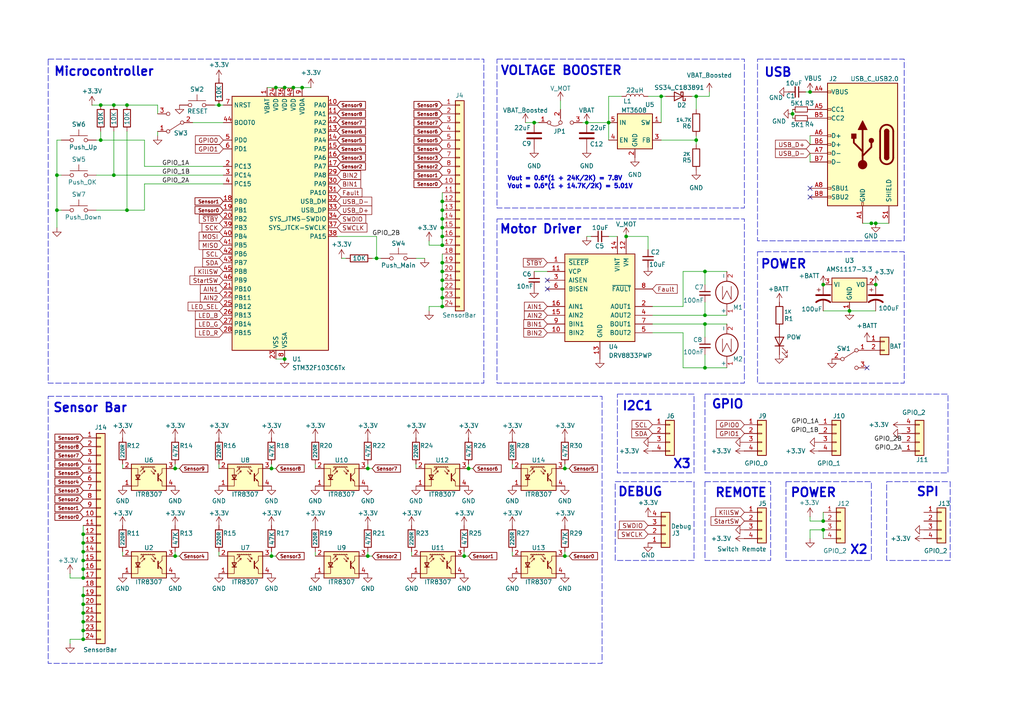
<source format=kicad_sch>
(kicad_sch (version 20231120) (generator "eeschema") (generator_version "8.0")
  (paper "A4")
  (junction (at 128.27 88.9))
  (junction (at 33.02 30.48))
  (junction (at 204.47 93.98))
  (junction (at 109.22 74.93))
  (junction (at 191.77 27.94))
  (junction (at 50.8 161.29))
  (junction (at 163.83 161.29))
  (junction (at 204.47 78.74))
  (junction (at 82.55 104.14))
  (junction (at 16.51 60.96))
  (junction (at 154.94 35.56))
  (junction (at 170.18 35.56))
  (junction (at 24.13 167.64))
  (junction (at 128.27 83.82))
  (junction (at 24.13 175.26))
  (junction (at 234.95 26.67))
  (junction (at 128.27 66.04))
  (junction (at 128.27 63.5))
  (junction (at 128.27 86.36))
  (junction (at 24.13 162.56))
  (junction (at 24.13 157.48))
  (junction (at 204.47 106.68))
  (junction (at 128.27 71.12))
  (junction (at 128.27 60.96))
  (junction (at 87.63 25.4))
  (junction (at 201.93 40.64))
  (junction (at 16.51 50.8))
  (junction (at 128.27 78.74))
  (junction (at 201.93 27.94))
  (junction (at 24.13 160.02))
  (junction (at 24.13 165.1))
  (junction (at 135.89 135.89))
  (junction (at 176.53 35.56))
  (junction (at 229.87 33.02))
  (junction (at 163.83 135.89))
  (junction (at 24.13 180.34))
  (junction (at 106.68 135.89))
  (junction (at 33.02 50.8))
  (junction (at 254 82.55))
  (junction (at 24.13 177.8))
  (junction (at 24.13 185.42))
  (junction (at 134.62 161.29))
  (junction (at 181.61 68.58))
  (junction (at 29.21 40.64))
  (junction (at 78.74 161.29))
  (junction (at 82.55 25.4))
  (junction (at 85.09 25.4))
  (junction (at 254 64.77))
  (junction (at 252.73 64.77))
  (junction (at 36.83 60.96))
  (junction (at 128.27 81.28))
  (junction (at 128.27 76.2))
  (junction (at 36.83 30.48))
  (junction (at 238.76 153.67))
  (junction (at 246.38 90.17))
  (junction (at 238.76 151.13))
  (junction (at 80.01 25.4))
  (junction (at 78.74 135.89))
  (junction (at 106.68 161.29))
  (junction (at 50.8 135.89))
  (junction (at 204.47 91.44))
  (junction (at 128.27 68.58))
  (junction (at 128.27 58.42))
  (junction (at 238.76 82.55))
  (junction (at 24.13 154.94))
  (junction (at 29.21 30.48))
  (junction (at 24.13 182.88))
  (junction (at 63.5 30.48))
  (junction (at 24.13 172.72))
  (no_connect (at 234.95 57.15))
  (no_connect (at 158.75 83.82))
  (no_connect (at 234.95 54.61))
  (no_connect (at 158.75 81.28))
  (no_connect (at 251.46 106.68))
  (wire (pts (xy 128.27 58.42) (xy 128.27 60.96)))
  (wire (pts (xy 109.22 74.93) (xy 110.49 74.93)))
  (wire (pts (xy 99.06 74.93) (xy 100.33 74.93)))
  (wire (pts (xy 50.8 135.89) (xy 52.07 135.89)))
  (wire (pts (xy 24.13 170.18) (xy 24.13 172.72)))
  (wire (pts (xy 128.27 83.82) (xy 128.27 86.36)))
  (wire (pts (xy 128.27 86.36) (xy 128.27 88.9)))
  (wire (pts (xy 16.51 60.96) (xy 16.51 66.04)))
  (wire (pts (xy 24.13 165.1) (xy 24.13 167.64)))
  (wire (pts (xy 80.01 104.14) (xy 82.55 104.14)))
  (wire (pts (xy 124.46 88.9) (xy 124.46 90.17)))
  (wire (pts (xy 128.27 66.04) (xy 128.27 68.58)))
  (wire (pts (xy 55.88 35.56) (xy 64.77 35.56)))
  (wire (pts (xy 26.67 30.48) (xy 29.21 30.48)))
  (wire (pts (xy 128.27 78.74) (xy 128.27 81.28)))
  (wire (pts (xy 16.51 50.8) (xy 16.51 60.96)))
  (wire (pts (xy 109.22 68.58) (xy 109.22 74.93)))
  (wire (pts (xy 238.76 153.67) (xy 238.76 156.21)))
  (wire (pts (xy 163.83 134.62) (xy 163.83 135.89)))
  (wire (pts (xy 180.34 27.94) (xy 176.53 27.94)))
  (wire (pts (xy 106.68 135.89) (xy 107.95 135.89)))
  (wire (pts (xy 119.38 160.02) (xy 119.38 161.29)))
  (wire (pts (xy 27.94 50.8) (xy 33.02 50.8)))
  (wire (pts (xy 234.95 153.67) (xy 234.95 156.21)))
  (wire (pts (xy 234.95 41.91) (xy 234.95 39.37)))
  (wire (pts (xy 152.4 35.56) (xy 154.94 35.56)))
  (wire (pts (xy 78.74 161.29) (xy 80.01 161.29)))
  (wire (pts (xy 78.74 160.02) (xy 78.74 161.29)))
  (wire (pts (xy 24.13 175.26) (xy 24.13 177.8)))
  (wire (pts (xy 27.94 60.96) (xy 36.83 60.96)))
  (wire (pts (xy 20.32 167.64) (xy 20.32 166.37)))
  (wire (pts (xy 20.32 167.64) (xy 24.13 167.64)))
  (wire (pts (xy 124.46 71.12) (xy 128.27 71.12)))
  (wire (pts (xy 163.83 161.29) (xy 165.1 161.29)))
  (wire (pts (xy 234.95 153.67) (xy 238.76 153.67)))
  (wire (pts (xy 120.65 134.62) (xy 120.65 135.89)))
  (wire (pts (xy 176.53 35.56) (xy 176.53 40.64)))
  (wire (pts (xy 234.95 26.67) (xy 233.68 26.67)))
  (wire (pts (xy 91.44 160.02) (xy 91.44 161.29)))
  (wire (pts (xy 82.55 25.4) (xy 85.09 25.4)))
  (wire (pts (xy 204.47 102.87) (xy 204.47 106.68)))
  (wire (pts (xy 198.12 96.52) (xy 198.12 106.68)))
  (wire (pts (xy 33.02 38.1) (xy 33.02 50.8)))
  (wire (pts (xy 24.13 180.34) (xy 24.13 182.88)))
  (wire (pts (xy 189.23 93.98) (xy 204.47 93.98)))
  (wire (pts (xy 33.02 50.8) (xy 64.77 50.8)))
  (wire (pts (xy 29.21 38.1) (xy 29.21 40.64)))
  (wire (pts (xy 29.21 30.48) (xy 33.02 30.48)))
  (wire (pts (xy 238.76 151.13) (xy 238.76 148.59)))
  (wire (pts (xy 78.74 135.89) (xy 80.01 135.89)))
  (wire (pts (xy 35.56 134.62) (xy 35.56 135.89)))
  (wire (pts (xy 198.12 78.74) (xy 198.12 88.9)))
  (wire (pts (xy 187.96 68.58) (xy 181.61 68.58)))
  (wire (pts (xy 234.95 151.13) (xy 238.76 151.13)))
  (wire (pts (xy 246.38 90.17) (xy 254 90.17)))
  (wire (pts (xy 80.01 25.4) (xy 82.55 25.4)))
  (wire (pts (xy 41.91 40.64) (xy 41.91 48.26)))
  (wire (pts (xy 24.13 172.72) (xy 24.13 175.26)))
  (wire (pts (xy 201.93 27.94) (xy 200.66 27.94)))
  (wire (pts (xy 201.93 27.94) (xy 205.74 27.94)))
  (wire (pts (xy 135.89 135.89) (xy 137.16 135.89)))
  (wire (pts (xy 63.5 30.48) (xy 64.77 30.48)))
  (wire (pts (xy 24.13 157.48) (xy 24.13 160.02)))
  (wire (pts (xy 204.47 87.63) (xy 204.47 91.44)))
  (wire (pts (xy 45.72 30.48) (xy 45.72 33.02)))
  (wire (pts (xy 97.79 68.58) (xy 109.22 68.58)))
  (wire (pts (xy 78.74 134.62) (xy 78.74 135.89)))
  (wire (pts (xy 210.82 93.98) (xy 204.47 93.98)))
  (wire (pts (xy 41.91 53.34) (xy 64.77 53.34)))
  (wire (pts (xy 162.56 29.21) (xy 162.56 31.75)))
  (wire (pts (xy 91.44 134.62) (xy 91.44 135.89)))
  (wire (pts (xy 204.47 93.98) (xy 204.47 97.79)))
  (wire (pts (xy 33.02 30.48) (xy 36.83 30.48)))
  (wire (pts (xy 201.93 41.91) (xy 201.93 40.64)))
  (wire (pts (xy 205.74 27.94) (xy 205.74 26.67)))
  (wire (pts (xy 24.13 160.02) (xy 24.13 162.56)))
  (wire (pts (xy 191.77 40.64) (xy 201.93 40.64)))
  (wire (pts (xy 50.8 161.29) (xy 52.07 161.29)))
  (wire (pts (xy 170.18 68.58) (xy 171.45 68.58)))
  (wire (pts (xy 204.47 78.74) (xy 204.47 82.55)))
  (wire (pts (xy 62.23 30.48) (xy 63.5 30.48)))
  (wire (pts (xy 234.95 151.13) (xy 234.95 149.86)))
  (wire (pts (xy 128.27 68.58) (xy 128.27 71.12)))
  (wire (pts (xy 24.13 177.8) (xy 24.13 180.34)))
  (wire (pts (xy 198.12 106.68) (xy 204.47 106.68)))
  (wire (pts (xy 29.21 40.64) (xy 41.91 40.64)))
  (wire (pts (xy 128.27 73.66) (xy 128.27 76.2)))
  (wire (pts (xy 77.47 25.4) (xy 80.01 25.4)))
  (wire (pts (xy 189.23 91.44) (xy 204.47 91.44)))
  (wire (pts (xy 128.27 76.2) (xy 128.27 78.74)))
  (wire (pts (xy 154.94 35.56) (xy 156.21 35.56)))
  (wire (pts (xy 16.51 50.8) (xy 17.78 50.8)))
  (wire (pts (xy 128.27 63.5) (xy 128.27 66.04)))
  (wire (pts (xy 154.94 78.74) (xy 158.75 78.74)))
  (wire (pts (xy 176.53 27.94) (xy 176.53 35.56)))
  (wire (pts (xy 135.89 134.62) (xy 135.89 135.89)))
  (wire (pts (xy 50.8 160.02) (xy 50.8 161.29)))
  (wire (pts (xy 170.18 35.56) (xy 176.53 35.56)))
  (wire (pts (xy 189.23 96.52) (xy 198.12 96.52)))
  (wire (pts (xy 20.32 185.42) (xy 24.13 185.42)))
  (wire (pts (xy 35.56 160.02) (xy 35.56 161.29)))
  (wire (pts (xy 90.17 25.4) (xy 87.63 25.4)))
  (wire (pts (xy 106.68 160.02) (xy 106.68 161.29)))
  (wire (pts (xy 16.51 40.64) (xy 17.78 40.64)))
  (wire (pts (xy 24.13 154.94) (xy 24.13 157.48)))
  (wire (pts (xy 20.32 185.42) (xy 20.32 186.69)))
  (wire (pts (xy 41.91 48.26) (xy 64.77 48.26)))
  (wire (pts (xy 198.12 88.9) (xy 189.23 88.9)))
  (wire (pts (xy 36.83 30.48) (xy 45.72 30.48)))
  (wire (pts (xy 85.09 25.4) (xy 87.63 25.4)))
  (wire (pts (xy 128.27 81.28) (xy 128.27 83.82)))
  (wire (pts (xy 229.87 33.02) (xy 229.87 31.75)))
  (wire (pts (xy 229.87 33.02) (xy 229.87 34.29)))
  (wire (pts (xy 134.62 160.02) (xy 134.62 161.29)))
  (wire (pts (xy 124.46 88.9) (xy 128.27 88.9)))
  (wire (pts (xy 148.59 160.02) (xy 148.59 161.29)))
  (wire (pts (xy 63.5 160.02) (xy 63.5 161.29)))
  (wire (pts (xy 128.27 60.96) (xy 128.27 63.5)))
  (wire (pts (xy 191.77 27.94) (xy 187.96 27.94)))
  (wire (pts (xy 36.83 38.1) (xy 36.83 60.96)))
  (wire (pts (xy 106.68 134.62) (xy 106.68 135.89)))
  (wire (pts (xy 128.27 55.88) (xy 128.27 58.42)))
  (wire (pts (xy 16.51 40.64) (xy 16.51 50.8)))
  (wire (pts (xy 204.47 78.74) (xy 210.82 78.74)))
  (wire (pts (xy 134.62 161.29) (xy 135.89 161.29)))
  (wire (pts (xy 63.5 134.62) (xy 63.5 135.89)))
  (wire (pts (xy 41.91 60.96) (xy 41.91 53.34)))
  (wire (pts (xy 238.76 90.17) (xy 246.38 90.17)))
  (wire (pts (xy 187.96 72.39) (xy 187.96 68.58)))
  (wire (pts (xy 191.77 27.94) (xy 191.77 35.56)))
  (wire (pts (xy 124.46 71.12) (xy 124.46 69.85)))
  (wire (pts (xy 191.77 27.94) (xy 193.04 27.94)))
  (wire (pts (xy 198.12 78.74) (xy 204.47 78.74)))
  (wire (pts (xy 24.13 182.88) (xy 24.13 185.42)))
  (wire (pts (xy 109.22 74.93) (xy 107.95 74.93)))
  (wire (pts (xy 16.51 60.96) (xy 17.78 60.96)))
  (wire (pts (xy 252.73 64.77) (xy 254 64.77)))
  (wire (pts (xy 250.19 64.77) (xy 252.73 64.77)))
  (wire (pts (xy 201.93 40.64) (xy 201.93 39.37)))
  (wire (pts (xy 234.95 46.99) (xy 234.95 44.45)))
  (wire (pts (xy 254 64.77) (xy 257.81 64.77)))
  (wire (pts (xy 106.68 161.29) (xy 107.95 161.29)))
  (wire (pts (xy 163.83 160.02) (xy 163.83 161.29)))
  (wire (pts (xy 27.94 40.64) (xy 29.21 40.64)))
  (wire (pts (xy 24.13 152.4) (xy 24.13 154.94)))
  (wire (pts (xy 123.19 74.93) (xy 120.65 74.93)))
  (wire (pts (xy 163.83 135.89) (xy 165.1 135.89)))
  (wire (pts (xy 36.83 60.96) (xy 41.91 60.96)))
  (wire (pts (xy 204.47 91.44) (xy 210.82 91.44)))
  (wire (pts (xy 24.13 162.56) (xy 24.13 165.1)))
  (wire (pts (xy 170.18 35.56) (xy 168.91 35.56)))
  (wire (pts (xy 50.8 134.62) (xy 50.8 135.89)))
  (wire (pts (xy 204.47 106.68) (xy 210.82 106.68)))
  (wire (pts (xy 176.53 68.58) (xy 179.07 68.58)))
  (wire (pts (xy 148.59 134.62) (xy 148.59 135.89)))
  (wire (pts (xy 45.72 39.37) (xy 45.72 38.1)))
  (wire (pts (xy 201.93 31.75) (xy 201.93 27.94)))
  (rectangle (start 204.47 114.3) (end 274.955 137.16) (stroke (width 0) (type dash)))
  (rectangle (start 219.71 73.025) (end 262.255 111.125) (stroke (width 0) (type dash)))
  (rectangle (start 144.145 63.5) (end 215.9 111.125) (stroke (width 0) (type dash)))
  (rectangle (start 257.175 139.7) (end 275.59 162.56) (stroke (width 0) (type dash)))
  (rectangle (start 13.97 114.935) (end 174.625 192.405) (stroke (width 0) (type dash)))
  (rectangle (start 204.47 139.7) (end 223.52 162.56) (stroke (width 0) (type dash)))
  (rectangle (start 13.97 17.145) (end 140.335 111.125) (stroke (width 0) (type dash)))
  (rectangle (start 144.145 17.145) (end 215.9 60.325) (stroke (width 0) (type dash)))
  (rectangle (start 227.965 139.7) (end 252.73 162.56) (stroke (width 0) (type dash)))
  (rectangle (start 219.71 17.145) (end 262.255 69.85) (stroke (width 0) (type dash)))
  (rectangle (start 178.435 139.7) (end 201.295 162.56) (stroke (width 0) (type dash)))
  (rectangle (start 179.07 114.3) (end 201.295 137.16) (stroke (width 0) (type dash)))
  (text "X2\n" (at 246.38 161.036 0) (effects (font (size 2.54 2.54) (bold yes)) (justify left bottom)))
  (text "Motor Driver" (at 144.78 68.072 0) (effects (font (size 2.54 2.54) (bold yes)) (justify left bottom)))
  (text "SPI\n" (at 265.684 144.272 0) (effects (font (size 2.54 2.54) (bold yes)) (justify left bottom)))
  (text "Vout = 0.6*(1 + 24K/2K) = 7.8V" (at 147.066 52.578 0) (effects (font (size 1.27 1.27) (thickness 0.4) (bold yes)) (justify left bottom)))
  (text "POWER\n" (at 220.472 78.232 0) (effects (font (size 2.54 2.54) (bold yes)) (justify left bottom)))
  (text "I2C1" (at 180.34 119.38 0) (effects (font (size 2.54 2.54) (bold yes)) (justify left bottom)))
  (text "Sensor Bar\n" (at 15.24 119.888 0) (effects (font (size 2.54 2.54) (bold yes)) (justify left bottom)))
  (text "Microcontroller\n" (at 15.494 22.352 0) (effects (font (size 2.54 2.54) (bold yes)) (justify left bottom)))
  (text "POWER\n" (at 229.108 144.526 0) (effects (font (size 2.54 2.54) (bold yes)) (justify left bottom)))
  (text "X3\n" (at 195.072 136.144 0) (effects (font (size 2.54 2.54) (bold yes)) (justify left bottom)))
  (text "USB\n" (at 221.488 22.606 0) (effects (font (size 2.54 2.54) (bold yes)) (justify left bottom)))
  (text "VOLTAGE BOOSTER\n" (at 145.034 22.098 0) (effects (font (size 2.54 2.54) (bold yes)) (justify left bottom)))
  (text "GPIO\n\n" (at 206.248 122.936 0) (effects (font (size 2.54 2.54) (bold yes)) (justify left bottom)))
  (text "Vout = 0.6*(1 + 14.7K/2K) = 5.01V" (at 147.066 54.864 0) (effects (font (size 1.27 1.27) (thickness 0.4) (bold yes)) (justify left bottom)))
  (text "DEBUG\n" (at 179.07 144.272 0) (effects (font (size 2.54 2.54) (bold yes)) (justify left bottom)))
  (text "REMOTE\n" (at 207.264 144.526 0) (effects (font (size 2.54 2.54) (bold yes)) (justify left bottom)))
  (label "GPIO_1A" (at 237.49 123.19 180))
  (label "GPIO_2A" (at 46.99 53.34 0))
  (label "GPIO_2A" (at 261.62 130.81 180))
  (label "GPIO_1B" (at 237.49 125.73 180))
  (label "GPIO_2B" (at 261.62 128.27 180))
  (label "GPIO_1B" (at 46.99 50.8 0))
  (label "GPIO_2B" (at 107.95 68.58 0))
  (label "GPIO_1A" (at 46.99 48.26 0))
  (global_label "Sensor0" (shape input) (at 165.1 161.29 0) (effects (font (size 1 1) (thickness 0.2) (bold yes))) (property "Intersheetrefs" "${INTERSHEET_REFS}" (effects (hide yes))))
  (global_label "KillSW" (shape input) (at 64.77 78.74 180) (property "Intersheetrefs" "${INTERSHEET_REFS}" (effects (hide yes))))
  (global_label "AIN1" (shape input) (at 158.75 88.9 180) (property "Intersheetrefs" "${INTERSHEET_REFS}" (effects (hide yes))))
  (global_label "BIN1" (shape input) (at 158.75 93.98 180) (property "Intersheetrefs" "${INTERSHEET_REFS}" (effects (hide yes))))
  (global_label "SWCLK" (shape input) (at 187.96 154.94 180) (property "Intersheetrefs" "${INTERSHEET_REFS}" (effects (hide yes))))
  (global_label "GPIO1" (shape input) (at 64.77 43.18 180) (property "Intersheetrefs" "${INTERSHEET_REFS}" (effects (hide yes))))
  (global_label "Sensor8" (shape input) (at 24.13 129.54 180) (effects (font (size 1 1) (thickness 0.2) (bold yes))) (property "Intersheetrefs" "${INTERSHEET_REFS}" (effects (hide yes))))
  (global_label "Sensor6" (shape input) (at 128.27 38.1 180) (effects (font (size 1 1) (thickness 0.2) (bold yes))) (property "Intersheetrefs" "${INTERSHEET_REFS}" (effects (hide yes))))
  (global_label "USB_D+" (shape input) (at 97.79 60.96 0) (property "Intersheetrefs" "${INTERSHEET_REFS}" (effects (hide yes))))
  (global_label "StartSW" (shape input) (at 215.9 151.13 180) (property "Intersheetrefs" "${INTERSHEET_REFS}" (effects (hide yes))))
  (global_label "Sensor3" (shape input) (at 97.79 45.72 0) (effects (font (size 1 1) (thickness 0.2) (bold yes))) (property "Intersheetrefs" "${INTERSHEET_REFS}" (effects (hide yes))))
  (global_label "Sensor6" (shape input) (at 97.79 38.1 0) (effects (font (size 1 1) (thickness 0.2) (bold yes))) (property "Intersheetrefs" "${INTERSHEET_REFS}" (effects (hide yes))))
  (global_label "Sensor5" (shape input) (at 24.13 137.16 180) (effects (font (size 1 1) (thickness 0.2) (bold yes))) (property "Intersheetrefs" "${INTERSHEET_REFS}" (effects (hide yes))))
  (global_label "Sensor0" (shape input) (at 24.13 149.86 180) (effects (font (size 1 1) (thickness 0.2) (bold yes))) (property "Intersheetrefs" "${INTERSHEET_REFS}" (effects (hide yes))))
  (global_label "~{STBY}" (shape input) (at 64.77 63.5 180) (property "Intersheetrefs" "${INTERSHEET_REFS}" (effects (hide yes))))
  (global_label "Sensor3" (shape input) (at 128.27 45.72 180) (effects (font (size 1 1) (thickness 0.2) (bold yes))) (property "Intersheetrefs" "${INTERSHEET_REFS}" (effects (hide yes))))
  (global_label "Fault" (shape input) (at 189.23 83.82 0) (property "Intersheetrefs" "${INTERSHEET_REFS}" (effects (hide yes))))
  (global_label "SDA" (shape input) (at 64.77 76.2 180) (property "Intersheetrefs" "${INTERSHEET_REFS}" (effects (hide yes))))
  (global_label "Sensor7" (shape input) (at 97.79 35.56 0) (effects (font (size 1 1) (thickness 0.2) (bold yes))) (property "Intersheetrefs" "${INTERSHEET_REFS}" (effects (hide yes))))
  (global_label "SCL" (shape input) (at 189.23 123.19 180) (property "Intersheetrefs" "${INTERSHEET_REFS}" (effects (hide yes))))
  (global_label "Sensor1" (shape input) (at 24.13 147.32 180) (effects (font (size 1 1) (thickness 0.2) (bold yes))) (property "Intersheetrefs" "${INTERSHEET_REFS}" (effects (hide yes))))
  (global_label "Sensor3" (shape input) (at 80.01 161.29 0) (effects (font (size 1 1) (thickness 0.2) (bold yes))) (property "Intersheetrefs" "${INTERSHEET_REFS}" (effects (hide yes))))
  (global_label "BIN1" (shape input) (at 97.79 53.34 0) (property "Intersheetrefs" "${INTERSHEET_REFS}" (effects (hide yes))))
  (global_label "LED_B" (shape input) (at 64.77 91.44 180) (property "Intersheetrefs" "${INTERSHEET_REFS}" (effects (hide yes))))
  (global_label "Sensor4" (shape input) (at 24.13 139.7 180) (effects (font (size 1 1) (thickness 0.2) (bold yes))) (property "Intersheetrefs" "${INTERSHEET_REFS}" (effects (hide yes))))
  (global_label "LED_R" (shape input) (at 64.77 96.52 180) (property "Intersheetrefs" "${INTERSHEET_REFS}" (effects (hide yes))))
  (global_label "SWDIO" (shape input) (at 97.79 63.5 0) (property "Intersheetrefs" "${INTERSHEET_REFS}" (effects (hide yes))))
  (global_label "Sensor6" (shape input) (at 24.13 134.62 180) (effects (font (size 1 1) (thickness 0.2) (bold yes))) (property "Intersheetrefs" "${INTERSHEET_REFS}" (effects (hide yes))))
  (global_label "Sensor4" (shape input) (at 52.07 161.29 0) (effects (font (size 1 1) (thickness 0.2) (bold yes))) (property "Intersheetrefs" "${INTERSHEET_REFS}" (effects (hide yes))))
  (global_label "USB_D-" (shape input) (at 97.79 58.42 0) (property "Intersheetrefs" "${INTERSHEET_REFS}" (effects (hide yes))))
  (global_label "AIN2" (shape input) (at 158.75 91.44 180) (property "Intersheetrefs" "${INTERSHEET_REFS}" (effects (hide yes))))
  (global_label "GPIO0" (shape input) (at 64.77 40.64 180) (property "Intersheetrefs" "${INTERSHEET_REFS}" (effects (hide yes))))
  (global_label "Sensor3" (shape input) (at 24.13 142.24 180) (effects (font (size 1 1) (thickness 0.2) (bold yes))) (property "Intersheetrefs" "${INTERSHEET_REFS}" (effects (hide yes))))
  (global_label "SWDIO" (shape input) (at 187.96 152.4 180) (property "Intersheetrefs" "${INTERSHEET_REFS}" (effects (hide yes))))
  (global_label "LED_SEL" (shape input) (at 64.77 88.9 180) (property "Intersheetrefs" "${INTERSHEET_REFS}" (effects (hide yes))))
  (global_label "Sensor6" (shape input) (at 137.16 135.89 0) (effects (font (size 1 1) (thickness 0.2) (bold yes))) (property "Intersheetrefs" "${INTERSHEET_REFS}" (effects (hide yes))))
  (global_label "AIN2" (shape input) (at 64.77 86.36 180) (property "Intersheetrefs" "${INTERSHEET_REFS}" (effects (hide yes))))
  (global_label "AIN1" (shape input) (at 64.77 83.82 180) (property "Intersheetrefs" "${INTERSHEET_REFS}" (effects (hide yes))))
  (global_label "Sensor4" (shape input) (at 97.79 43.18 0) (effects (font (size 1 1) (thickness 0.2) (bold yes))) (property "Intersheetrefs" "${INTERSHEET_REFS}" (effects (hide yes))))
  (global_label "Sensor2" (shape input) (at 97.79 48.26 0) (effects (font (size 1 1) (thickness 0.2) (bold yes))) (property "Intersheetrefs" "${INTERSHEET_REFS}" (effects (hide yes))))
  (global_label "Sensor8" (shape input) (at 97.79 33.02 0) (effects (font (size 1 1) (thickness 0.2) (bold yes))) (property "Intersheetrefs" "${INTERSHEET_REFS}" (effects (hide yes))))
  (global_label "Sensor7" (shape input) (at 107.95 135.89 0) (effects (font (size 1 1) (thickness 0.2) (bold yes))) (property "Intersheetrefs" "${INTERSHEET_REFS}" (effects (hide yes))))
  (global_label "Sensor5" (shape input) (at 165.1 135.89 0) (effects (font (size 1 1) (thickness 0.2) (bold yes))) (property "Intersheetrefs" "${INTERSHEET_REFS}" (effects (hide yes))))
  (global_label "SDA" (shape input) (at 189.23 125.73 180) (property "Intersheetrefs" "${INTERSHEET_REFS}" (effects (hide yes))))
  (global_label "GPIO0" (shape input) (at 215.9 123.19 180) (property "Intersheetrefs" "${INTERSHEET_REFS}" (effects (hide yes))))
  (global_label "Sensor0" (shape input) (at 128.27 53.34 180) (effects (font (size 1 1) (thickness 0.2) (bold yes))) (property "Intersheetrefs" "${INTERSHEET_REFS}" (effects (hide yes))))
  (global_label "Sensor4" (shape input) (at 128.27 43.18 180) (effects (font (size 1 1) (thickness 0.2) (bold yes))) (property "Intersheetrefs" "${INTERSHEET_REFS}" (effects (hide yes))))
  (global_label "Sensor9" (shape input) (at 97.79 30.48 0) (effects (font (size 1 1) (thickness 0.2) (bold yes))) (property "Intersheetrefs" "${INTERSHEET_REFS}" (effects (hide yes))))
  (global_label "~{STBY}" (shape input) (at 158.75 76.2 180) (property "Intersheetrefs" "${INTERSHEET_REFS}" (effects (hide yes))))
  (global_label "BIN2" (shape input) (at 158.75 96.52 180) (property "Intersheetrefs" "${INTERSHEET_REFS}" (effects (hide yes))))
  (global_label "Sensor5" (shape input) (at 97.79 40.64 0) (effects (font (size 1 1) (thickness 0.2) (bold yes))) (property "Intersheetrefs" "${INTERSHEET_REFS}" (effects (hide yes))))
  (global_label "Sensor9" (shape input) (at 24.13 127 180) (effects (font (size 1 1) (thickness 0.2) (bold yes))) (property "Intersheetrefs" "${INTERSHEET_REFS}" (effects (hide yes))))
  (global_label "KillSW" (shape input) (at 215.9 148.59 180) (property "Intersheetrefs" "${INTERSHEET_REFS}" (effects (hide yes))))
  (global_label "BIN2" (shape input) (at 97.79 50.8 0) (property "Intersheetrefs" "${INTERSHEET_REFS}" (effects (hide yes))))
  (global_label "MOSI" (shape input) (at 64.77 68.58 180) (property "Intersheetrefs" "${INTERSHEET_REFS}" (effects (hide yes))))
  (global_label "Sensor8" (shape input) (at 80.01 135.89 0) (effects (font (size 1 1) (thickness 0.2) (bold yes))) (property "Intersheetrefs" "${INTERSHEET_REFS}" (effects (hide yes))))
  (global_label "MISO" (shape input) (at 64.77 71.12 180) (property "Intersheetrefs" "${INTERSHEET_REFS}" (effects (hide yes))))
  (global_label "Sensor2" (shape input) (at 107.95 161.29 0) (effects (font (size 1 1) (thickness 0.2) (bold yes))) (property "Intersheetrefs" "${INTERSHEET_REFS}" (effects (hide yes))))
  (global_label "Sensor1" (shape input) (at 128.27 50.8 180) (effects (font (size 1 1) (thickness 0.2) (bold yes))) (property "Intersheetrefs" "${INTERSHEET_REFS}" (effects (hide yes))))
  (global_label "Sensor7" (shape input) (at 128.27 35.56 180) (effects (font (size 1 1) (thickness 0.2) (bold yes))) (property "Intersheetrefs" "${INTERSHEET_REFS}" (effects (hide yes))))
  (global_label "USB_D-" (shape input) (at 234.95 44.45 180) (property "Intersheetrefs" "${INTERSHEET_REFS}" (effects (hide yes))))
  (global_label "Sensor2" (shape input) (at 24.13 144.78 180) (effects (font (size 1 1) (thickness 0.2) (bold yes))) (property "Intersheetrefs" "${INTERSHEET_REFS}" (effects (hide yes))))
  (global_label "SCL" (shape input) (at 64.77 73.66 180) (property "Intersheetrefs" "${INTERSHEET_REFS}" (effects (hide yes))))
  (global_label "Fault" (shape input) (at 97.79 55.88 0) (property "Intersheetrefs" "${INTERSHEET_REFS}" (effects (hide yes))))
  (global_label "Sensor1" (shape input) (at 135.89 161.29 0) (effects (font (size 1 1) (thickness 0.2) (bold yes))) (property "Intersheetrefs" "${INTERSHEET_REFS}" (effects (hide yes))))
  (global_label "Sensor2" (shape input) (at 128.27 48.26 180) (effects (font (size 1 1) (thickness 0.2) (bold yes))) (property "Intersheetrefs" "${INTERSHEET_REFS}" (effects (hide yes))))
  (global_label "Sensor9" (shape input) (at 52.07 135.89 0) (effects (font (size 1 1) (thickness 0.2) (bold yes))) (property "Intersheetrefs" "${INTERSHEET_REFS}" (effects (hide yes))))
  (global_label "SWCLK" (shape input) (at 97.79 66.04 0) (property "Intersheetrefs" "${INTERSHEET_REFS}" (effects (hide yes))))
  (global_label "SCK" (shape input) (at 64.77 66.04 180) (property "Intersheetrefs" "${INTERSHEET_REFS}" (effects (hide yes))))
  (global_label "USB_D+" (shape input) (at 234.95 41.91 180) (property "Intersheetrefs" "${INTERSHEET_REFS}" (effects (hide yes))))
  (global_label "Sensor8" (shape input) (at 128.27 33.02 180) (effects (font (size 1 1) (thickness 0.2) (bold yes))) (property "Intersheetrefs" "${INTERSHEET_REFS}" (effects (hide yes))))
  (global_label "Sensor1" (shape input) (at 64.77 58.42 180) (effects (font (size 1 1) (thickness 0.2) (bold yes))) (property "Intersheetrefs" "${INTERSHEET_REFS}" (effects (hide yes))))
  (global_label "Sensor7" (shape input) (at 24.13 132.08 180) (effects (font (size 1 1) (thickness 0.2) (bold yes))) (property "Intersheetrefs" "${INTERSHEET_REFS}" (effects (hide yes))))
  (global_label "Sensor0" (shape input) (at 64.77 60.96 180) (effects (font (size 1 1) (thickness 0.2) (bold yes))) (property "Intersheetrefs" "${INTERSHEET_REFS}" (effects (hide yes))))
  (global_label "LED_G" (shape input) (at 64.77 93.98 180) (property "Intersheetrefs" "${INTERSHEET_REFS}" (effects (hide yes))))
  (global_label "Sensor9" (shape input) (at 128.27 30.48 180) (effects (font (size 1 1) (thickness 0.2) (bold yes))) (property "Intersheetrefs" "${INTERSHEET_REFS}" (effects (hide yes))))
  (global_label "Sensor5" (shape input) (at 128.27 40.64 180) (effects (font (size 1 1) (thickness 0.2) (bold yes))) (property "Intersheetrefs" "${INTERSHEET_REFS}" (effects (hide yes))))
  (global_label "StartSW" (shape input) (at 64.77 81.28 180) (property "Intersheetrefs" "${INTERSHEET_REFS}" (effects (hide yes))))
  (global_label "GPIO1" (shape input) (at 215.9 125.73 180) (property "Intersheetrefs" "${INTERSHEET_REFS}" (effects (hide yes))))
  (symbol (lib_id "Device:R") (at 50.8 156.21 0) (unit 1)
    (property "Reference" "R13" (at 52.07 154.686 0) (effects (justify left)))
    (property "Value" "47K" (at 50.927 158.115 90) (effects (justify left)))
    (property "Footprint" "Resistor_SMD:R_1206_3216Metric_Pad1.30x1.75mm_HandSolder" (effects (hide yes)))
  )
  (symbol (lib_id "power:GND") (at 234.95 156.21 0) (mirror y) (unit 1)
    (property "Reference" "#PWR051" (effects (hide yes)))
    (property "Value" "GND" (effects (hide yes)))
  )
  (symbol (lib_id "Switch:SW_SPDT") (at 50.8 35.56 180) (unit 1)
    (property "Reference" "SW3" (at 52.451 38.608 0))
    (property "Value" "SW_SPDT" (effects (hide yes)))
  )
  (symbol (lib_id "power:GND") (at 35.56 140.97 0) (unit 1)
    (property "Reference" "#PWR061" (effects (hide yes)))
    (property "Value" "GND" (at 35.56 145.288 0))
  )
  (symbol (lib_id "power:GND") (at 120.65 140.97 0) (unit 1)
    (property "Reference" "#PWR085" (effects (hide yes)))
    (property "Value" "GND" (at 120.65 145.288 0))
  )
  (symbol (lib_id "power:GND") (at 170.18 68.58 0) (mirror y) (unit 1)
    (property "Reference" "#PWR022" (effects (hide yes)))
    (property "Value" "GND" (effects (hide yes)))
  )
  (symbol (lib_id "Sensor_Proximity:ITR8307") (at 43.18 163.83 0) (unit 1)
    (property "Reference" "U2" (at 43.18 158.877 0))
    (property "Value" "ITR8307" (at 43.18 168.783 0))
    (property "Footprint" "OptoDevice:Everlight_ITR8307" (effects (hide yes)))
    (property "Datasheet" "http://www.everlight.com/file/ProductFile/ITR8307.pdf" (effects (hide yes)))
  )
  (symbol (lib_id "Device:R") (at 29.21 34.29 180) (unit 1)
    (property "Reference" "R7" (effects (hide yes)))
    (property "Value" "10K" (at 29.21 32.385 90) (effects (justify left)))
    (property "Footprint" "Resistor_SMD:R_1206_3216Metric" (effects (hide yes)))
  )
  (symbol (lib_id "Sensor_Proximity:ITR8307") (at 99.06 138.43 0) (unit 1)
    (property "Reference" "U10" (at 99.06 133.477 0))
    (property "Value" "ITR8307" (at 99.06 143.383 0))
    (property "Footprint" "OptoDevice:Everlight_ITR8307" (effects (hide yes)))
    (property "Datasheet" "http://www.everlight.com/file/ProductFile/ITR8307.pdf" (effects (hide yes)))
  )
  (symbol (lib_id "power:GND") (at 163.83 140.97 0) (unit 1)
    (property "Reference" "#PWR099" (effects (hide yes)))
    (property "Value" "GND" (at 163.83 145.288 0))
  )
  (symbol (lib_id "Device:LED") (at 226.06 99.06 90) (unit 1)
    (property "Reference" "D1" (effects (hide yes)))
    (property "Value" "POW" (at 228.092 97.79 90) (effects (justify right)))
  )
  (symbol (lib_id "Sensor_Proximity:ITR8307") (at 156.21 138.43 0) (unit 1)
    (property "Reference" "U14" (at 156.21 133.477 0))
    (property "Value" "ITR8307" (at 156.21 143.383 0))
    (property "Footprint" "OptoDevice:Everlight_ITR8307" (effects (hide yes)))
    (property "Datasheet" "http://www.everlight.com/file/ProductFile/ITR8307.pdf" (effects (hide yes)))
  )
  (symbol (lib_id "power:GND") (at 254 64.77 0) (unit 1)
    (property "Reference" "#PWR018" (effects (hide yes)))
    (property "Value" "GND" (at 250.571 68.453 0) (effects (justify left)))
  )
  (symbol (lib_id "power:GND") (at 106.68 166.37 0) (unit 1)
    (property "Reference" "#PWR079" (effects (hide yes)))
    (property "Value" "GND" (at 106.68 170.688 0))
  )
  (symbol (lib_id "power:+3.3V") (at 261.62 123.19 90) (mirror x) (unit 1)
    (property "Reference" "#PWR050" (effects (hide yes)))
    (property "Value" "+3.3V" (at 257.81 123.1901 90) (effects (justify left)))
    (property "Description" "Power symbol creates a global label with name \"+3.3V\"" (effects (hide yes)))
  )
  (symbol (lib_id "power:GND") (at 154.94 43.18 0) (unit 1)
    (property "Reference" "#PWR07" (effects (hide yes)))
    (property "Value" "GND" (at 154.94 48.133 0))
  )
  (symbol (lib_id "Device:C_Small") (at 204.47 85.09 0) (unit 1) (on_board no)
    (property "Reference" "C7" (at 201.422 83.312 0) (effects (justify left)))
    (property "Value" "100nF" (at 198.12 87.122 0) (effects (justify left)))
    (property "Footprint" "Capacitor_SMD:C_0603_1608Metric" (effects (hide yes)))
  )
  (symbol (lib_id "power:+BATT") (at 205.74 26.67 0) (unit 1)
    (property "Reference" "#PWR031" (effects (hide yes)))
    (property "Value" "VBAT_Boosted" (at 205.74 21.844 0))
  )
  (symbol (lib_id "power:GND") (at 267.97 153.67 270) (mirror x) (unit 1)
    (property "Reference" "#PWR053" (effects (hide yes)))
    (property "Value" "GND" (effects (hide yes)))
  )
  (symbol (lib_id "power:+5V") (at 135.89 127 0) (unit 1)
    (property "Reference" "#PWR088" (effects (hide yes)))
    (property "Value" "+3.3V" (at 135.89 123.444 0))
  )
  (symbol (lib_id "Connector_Generic:Conn_01x04") (at 193.04 154.94 0) (mirror x) (unit 1)
    (property "Reference" "J3" (at 194.818 154.686 0) (effects (justify left)))
    (property "Value" "Debug" (at 194.564 152.654 0) (effects (justify left)))
    (property "Footprint" "Connector_PinHeader_2.54mm:PinHeader_1x04_P2.54mm_Horizontal" (effects (hide yes)))
    (property "Description" "Generic connector, single row, 01x04, script generated (kicad-library-utils/schlib/autogen/connector/)" (effects (hide yes)))
  )
  (symbol (lib_id "Device:R") (at 201.93 35.56 0) (mirror x) (unit 1)
    (property "Reference" "R6" (at 197.866 36.576 0) (effects (justify left)))
    (property "Value" "14.7K" (at 196.088 34.798 0) (effects (font (size 1 1)) (justify left)))
    (property "Footprint" "Resistor_SMD:R_0805_2012Metric_Pad1.20x1.40mm_HandSolder" (effects (hide yes)))
  )
  (symbol (lib_id "power:GND") (at 63.5 166.37 0) (unit 1)
    (property "Reference" "#PWR067" (effects (hide yes)))
    (property "Value" "GND" (at 63.5 170.688 0))
  )
  (symbol (lib_id "Device:R") (at 33.02 34.29 180) (unit 1)
    (property "Reference" "R8" (effects (hide yes)))
    (property "Value" "10K" (at 33.02 32.385 90) (effects (justify left)))
    (property "Footprint" "Resistor_SMD:R_1206_3216Metric" (effects (hide yes)))
  )
  (symbol (lib_id "power:+5V") (at 119.38 152.4 0) (unit 1)
    (property "Reference" "#PWR082" (effects (hide yes)))
    (property "Value" "+3.3V" (at 119.38 148.844 0))
  )
  (symbol (lib_id "power:+5V") (at 106.68 152.4 0) (unit 1)
    (property "Reference" "#PWR078" (effects (hide yes)))
    (property "Value" "+3.3V" (at 106.68 148.844 0))
  )
  (symbol (lib_id "power:+5V") (at 163.83 127 0) (unit 1)
    (property "Reference" "#PWR098" (effects (hide yes)))
    (property "Value" "+3.3V" (at 163.83 123.444 0))
  )
  (symbol (lib_id "Device:R") (at 63.5 26.67 180) (unit 1)
    (property "Reference" "R2" (effects (hide yes)))
    (property "Value" "10K" (at 63.5 24.765 90) (effects (justify left)))
    (property "Footprint" "Resistor_SMD:R_1206_3216Metric" (effects (hide yes)))
  )
  (symbol (lib_id "Connector_Generic:Conn_01x24") (at 133.35 58.42 0) (unit 1)
    (property "Reference" "J4" (at 132.08 27.686 0) (effects (justify left)))
    (property "Value" "SensorBar" (at 128.27 91.44 0) (effects (justify left)))
    (property "Description" "Generic connector, single row, 01x24, script generated (kicad-library-utils/schlib/autogen/connector/)" (effects (hide yes)))
  )
  (symbol (lib_id "Device:R") (at 63.5 130.81 0) (unit 1)
    (property "Reference" "R16" (at 64.643 129.286 0) (effects (justify left)))
    (property "Value" "220R" (at 63.5 132.842 90) (effects (font (size 1 1)) (justify left)))
    (property "Footprint" "Resistor_SMD:R_1206_3216Metric_Pad1.30x1.75mm_HandSolder" (effects (hide yes)))
  )
  (symbol (lib_id "Device:D_Schottky") (at 196.85 27.94 180) (unit 1)
    (property "Reference" "D2" (at 196.342 30.48 0) (effects (justify right)))
    (property "Value" "SS34_C183891" (at 189.738 25.4 0) (effects (justify right)))
  )
  (symbol (lib_id "Connector_Generic:Conn_01x04") (at 194.31 125.73 0) (unit 1)
    (property "Reference" "J6" (at 193.294 120.65 0) (effects (justify left)))
    (property "Value" "I2C1" (effects (hide yes)))
    (property "Footprint" "Connector_PinHeader_2.54mm:PinHeader_1x04_P2.54mm_Vertical" (effects (hide yes)))
    (property "Description" "Generic connector, single row, 01x04, script generated (kicad-library-utils/schlib/autogen/connector/)" (effects (hide yes)))
  )
  (symbol (lib_id "MCU_ST_STM32F1:STM32F103C6Tx") (at 80.01 66.04 0) (unit 1)
    (property "Reference" "U1" (at 84.7441 104.14 0) (effects (justify left)))
    (property "Value" "STM32F103C6Tx" (at 84.7441 106.68 0) (effects (justify left)))
    (property "Footprint" "Package_QFP:LQFP-48_7x7mm_P0.5mm" (effects (hide yes)))
    (property "Datasheet" "https://www.st.com/resource/en/datasheet/stm32f103c6.pdf" (effects (hide yes)))
    (property "Description" "STMicroelectronics Arm Cortex-M3 MCU, 32KB flash, 10KB RAM, 72 MHz, 2.0-3.6V, 37 GPIO, LQFP48" (effects (hide yes)))
    (pin "32" (alternate "USB_DM"))
    (pin "33" (alternate "USB_DP"))
    (pin "34" (alternate "SYS_JTMS-SWDIO"))
    (pin "37" (alternate "SYS_JTCK-SWCLK"))
  )
  (symbol (lib_id "power:GND") (at 135.89 140.97 0) (unit 1)
    (property "Reference" "#PWR089" (effects (hide yes)))
    (property "Value" "GND" (at 135.89 145.288 0))
  )
  (symbol (lib_id "Connector_Generic:Conn_01x02") (at 256.54 99.06 0) (unit 1)
    (property "Reference" "J1" (effects (hide yes)))
    (property "Value" "BAT" (at 257.937 100.457 0) (effects (justify left)))
    (property "Footprint" "Connector_PinHeader_2.54mm:PinHeader_1x02_P2.54mm_Vertical" (effects (hide yes)))
  )
  (symbol (lib_id "Connector_Generic:Conn_01x04") (at 266.7 128.27 0) (mirror x) (unit 1)
    (property "Reference" "J11" (at 265.684 133.35 0) (effects (justify left)))
    (property "Value" "GPIO_2" (at 261.62 119.634 0) (effects (justify left)))
    (property "Footprint" "Connector_PinHeader_2.54mm:PinHeader_1x04_P2.54mm_Vertical" (effects (hide yes)))
    (property "Description" "Generic connector, single row, 01x04, script generated (kicad-library-utils/schlib/autogen/connector/)" (effects (hide yes)))
  )
  (symbol (lib_id "Device:R") (at 35.56 156.21 0) (unit 1)
    (property "Reference" "R11" (at 36.703 154.686 0) (effects (justify left)))
    (property "Value" "220R" (at 35.56 158.242 90) (effects (font (size 1 1)) (justify left)))
    (property "Footprint" "Resistor_SMD:R_1206_3216Metric_Pad1.30x1.75mm_HandSolder" (effects (hide yes)))
  )
  (symbol (lib_id "power:GND") (at 50.8 140.97 0) (unit 1)
    (property "Reference" "#PWR065" (effects (hide yes)))
    (property "Value" "GND" (at 50.8 145.288 0))
  )
  (symbol (lib_id "power:+5V") (at 148.59 127 0) (unit 1)
    (property "Reference" "#PWR094" (effects (hide yes)))
    (property "Value" "+3.3V" (at 148.59 123.444 0))
  )
  (symbol (lib_id "power:GND") (at 134.62 166.37 0) (unit 1)
    (property "Reference" "#PWR087" (effects (hide yes)))
    (property "Value" "GND" (at 134.62 170.688 0))
  )
  (symbol (lib_id "power:GND") (at 154.94 83.82 0) (mirror y) (unit 1)
    (property "Reference" "#PWR024" (effects (hide yes)))
    (property "Value" "GND" (effects (hide yes)))
  )
  (symbol (lib_id "power:+3.3V") (at 26.67 30.48 0) (unit 1)
    (property "Reference" "#PWR034" (effects (hide yes)))
    (property "Value" "+3.3V" (at 26.67 26.416 0))
    (property "Description" "Power symbol creates a global label with name \"+3.3V\"" (effects (hide yes)))
  )
  (symbol (lib_id "power:GND") (at 215.9 153.67 270) (mirror x) (unit 1)
    (property "Reference" "#PWR08" (effects (hide yes)))
    (property "Value" "GND" (effects (hide yes)))
  )
  (symbol (lib_id "Device:C") (at 170.18 39.37 0) (unit 1)
    (property "Reference" "C12" (at 171.069 41.783 0) (effects (justify left)))
    (property "Value" "22uF" (at 171.069 37.084 0) (effects (justify left)))
  )
  (symbol (lib_id "Device:C_Small") (at 204.47 100.33 0) (mirror y) (unit 1) (on_board no)
    (property "Reference" "C8" (at 203.708 98.552 0) (effects (justify left)))
    (property "Value" "100nF" (at 204.216 102.108 0) (effects (justify left)))
    (property "Footprint" "Capacitor_SMD:C_0603_1608Metric" (effects (hide yes)))
  )
  (symbol (lib_id "power:+5V") (at 78.74 127 0) (unit 1)
    (property "Reference" "#PWR072" (effects (hide yes)))
    (property "Value" "+3.3V" (at 78.74 123.444 0))
  )
  (symbol (lib_id "Device:R") (at 120.65 130.81 0) (unit 1)
    (property "Reference" "R24" (at 121.793 129.286 0) (effects (justify left)))
    (property "Value" "220R" (at 120.65 132.842 90) (effects (font (size 1 1)) (justify left)))
    (property "Footprint" "Resistor_SMD:R_1206_3216Metric_Pad1.30x1.75mm_HandSolder" (effects (hide yes)))
  )
  (symbol (lib_id "power:GND") (at 82.55 104.14 0) (mirror y) (unit 1)
    (property "Reference" "#PWR01" (effects (hide yes)))
    (property "Value" "GND" (effects (hide yes)))
  )
  (symbol (lib_id "power:GND") (at 78.74 140.97 0) (unit 1)
    (property "Reference" "#PWR073" (effects (hide yes)))
    (property "Value" "GND" (at 78.74 145.288 0))
  )
  (symbol (lib_id "power:+3.3V") (at 187.96 149.86 0) (unit 1)
    (property "Reference" "#PWR019" (effects (hide yes)))
    (property "Value" "+3.3V" (at 187.96 145.796 0))
    (property "Description" "Power symbol creates a global label with name \"+3.3V\"" (effects (hide yes)))
  )
  (symbol (lib_id "Device:R") (at 163.83 130.81 0) (unit 1)
    (property "Reference" "R30" (at 165.1 129.286 0) (effects (justify left)))
    (property "Value" "47K" (at 163.957 132.715 90) (effects (justify left)))
    (property "Footprint" "Resistor_SMD:R_1206_3216Metric_Pad1.30x1.75mm_HandSolder" (effects (hide yes)))
  )
  (symbol (lib_id "power:GND") (at 106.68 140.97 0) (unit 1)
    (property "Reference" "#PWR081" (effects (hide yes)))
    (property "Value" "GND" (at 106.68 145.288 0))
  )
  (symbol (lib_id "Connector_Generic:Conn_01x04") (at 220.98 125.73 0) (unit 1)
    (property "Reference" "J9" (at 219.964 120.65 0) (effects (justify left)))
    (property "Value" "GPIO_0" (at 215.9 134.366 0) (effects (justify left)))
    (property "Footprint" "Connector_PinHeader_2.54mm:PinHeader_1x04_P2.54mm_Vertical" (effects (hide yes)))
    (property "Description" "Generic connector, single row, 01x04, script generated (kicad-library-utils/schlib/autogen/connector/)" (effects (hide yes)))
  )
  (symbol (lib_id "Connector_Generic:Conn_01x04") (at 273.05 151.13 0) (unit 1)
    (property "Reference" "J13" (at 272.034 146.05 0) (effects (justify left)))
    (property "Value" "GPIO_2" (at 267.97 159.766 0) (effects (justify left)))
    (property "Footprint" "Connector_PinHeader_2.54mm:PinHeader_1x04_P2.54mm_Vertical" (effects (hide yes)))
    (property "Description" "Generic connector, single row, 01x04, script generated (kicad-library-utils/schlib/autogen/connector/)" (effects (hide yes)))
  )
  (symbol (lib_id "power:GND") (at 119.38 166.37 0) (unit 1)
    (property "Reference" "#PWR083" (effects (hide yes)))
    (property "Value" "GND" (at 119.38 170.688 0))
  )
  (symbol (lib_id "power:+3.3V") (at 237.49 130.81 90) (unit 1)
    (property "Reference" "#PWR048" (effects (hide yes)))
    (property "Value" "+3.3V" (at 233.68 130.8099 90) (effects (justify left)))
    (property "Description" "Power symbol creates a global label with name \"+3.3V\"" (effects (hide yes)))
  )
  (symbol (lib_id "Sensor_Proximity:ITR8307") (at 127 163.83 0) (unit 1)
    (property "Reference" "U11" (at 127 158.877 0))
    (property "Value" "ITR8307" (at 127 168.783 0))
    (property "Footprint" "OptoDevice:Everlight_ITR8307" (effects (hide yes)))
    (property "Datasheet" "http://www.everlight.com/file/ProductFile/ITR8307.pdf" (effects (hide yes)))
  )
  (symbol (lib_id "Jumper:Jumper_3_Bridged12") (at 162.56 35.56 0) (mirror x) (unit 1)
    (property "Reference" "JP1" (at 162.306 38.1 0))
    (property "Value" "Jumper_3_Bridged12" (effects (hide yes)))
  )
  (symbol (lib_id "power:+BATT") (at 152.4 35.56 0) (unit 1)
    (property "Reference" "#PWR032" (effects (hide yes)))
    (property "Value" "VBAT_Boosted" (at 152.4 32.004 0))
  )
  (symbol (lib_id "power:+5V") (at 163.83 152.4 0) (unit 1)
    (property "Reference" "#PWR096" (effects (hide yes)))
    (property "Value" "+3.3V" (at 163.83 148.844 0))
  )
  (symbol (lib_id "Device:R") (at 63.5 156.21 0) (unit 1)
    (property "Reference" "R15" (at 64.643 154.686 0) (effects (justify left)))
    (property "Value" "220R" (at 63.5 158.242 90) (effects (font (size 1 1)) (justify left)))
    (property "Footprint" "Resistor_SMD:R_1206_3216Metric_Pad1.30x1.75mm_HandSolder" (effects (hide yes)))
  )
  (symbol (lib_id "Device:R") (at 104.14 74.93 270) (unit 1)
    (property "Reference" "R10" (effects (hide yes)))
    (property "Value" "10K" (at 102.235 74.93 90) (effects (justify left)))
    (property "Footprint" "Resistor_SMD:R_1206_3216Metric" (effects (hide yes)))
  )
  (symbol (lib_id "power:+3.3V") (at 234.95 149.86 0) (unit 1)
    (property "Reference" "#PWR052" (effects (hide yes)))
    (property "Value" "+3.3V" (at 234.696 145.796 0))
    (property "Description" "Power symbol creates a global label with name \"+3.3V\"" (effects (hide yes)))
  )
  (symbol (lib_id "Device:R_Small") (at 232.41 34.29 270) (unit 1)
    (property "Reference" "R4" (at 233.426 36.068 90) (effects (justify left)))
    (property "Value" "5K1" (at 229.362 36.195 90) (effects (justify left)))
    (property "Footprint" "Resistor_SMD:R_0603_1608Metric" (effects (hide yes)))
  )
  (symbol (lib_id "Device:C_Small") (at 187.96 74.93 0) (unit 1)
    (property "Reference" "C2" (at 188.722 73.152 0) (effects (justify left)))
    (property "Value" "10uF" (at 188.214 76.708 0) (effects (justify left)))
    (property "Footprint" "Capacitor_SMD:C_0603_1608Metric" (effects (hide yes)))
  )
  (symbol (lib_id "power:+3.3V") (at 20.32 166.37 0) (unit 1)
    (property "Reference" "#PWR055" (effects (hide yes)))
    (property "Value" "+3.3V" (at 16.764 162.56 0) (effects (justify left)))
    (property "Description" "Power symbol creates a global label with name \"+3.3V\"" (effects (hide yes)))
  )
  (symbol (lib_id "power:GND") (at 246.38 90.17 0) (mirror y) (unit 1)
    (property "Reference" "#PWR010" (effects (hide yes)))
    (property "Value" "GND" (effects (hide yes)))
  )
  (symbol (lib_id "Sensor_Proximity:ITR8307") (at 128.27 138.43 0) (unit 1)
    (property "Reference" "U12" (at 128.27 133.477 0))
    (property "Value" "ITR8307" (at 128.27 143.383 0))
    (property "Footprint" "OptoDevice:Everlight_ITR8307" (effects (hide yes)))
    (property "Datasheet" "http://www.everlight.com/file/ProductFile/ITR8307.pdf" (effects (hide yes)))
  )
  (symbol (lib_id "power:GND") (at 215.9 128.27 270) (mirror x) (unit 1)
    (property "Reference" "#PWR045" (effects (hide yes)))
    (property "Value" "GND" (effects (hide yes)))
  )
  (symbol (lib_id "power:GND") (at 163.83 166.37 0) (unit 1)
    (property "Reference" "#PWR097" (effects (hide yes)))
    (property "Value" "GND" (at 163.83 170.688 0))
  )
  (symbol (lib_id "power:+5V") (at 50.8 152.4 0) (unit 1)
    (property "Reference" "#PWR062" (effects (hide yes)))
    (property "Value" "+3.3V" (at 50.8 148.844 0))
  )
  (symbol (lib_id "power:GND") (at 148.59 140.97 0) (unit 1)
    (property "Reference" "#PWR095" (effects (hide yes)))
    (property "Value" "GND" (at 148.59 145.288 0))
  )
  (symbol (lib_id "power:VBUS") (at 234.95 26.67 0) (unit 1)
    (property "Reference" "#PWR017" (effects (hide yes)))
    (property "Value" "VBUS" (at 235.839 22.733 0))
  )
  (symbol (lib_id "power:+5V") (at 91.44 127 0) (unit 1)
    (property "Reference" "#PWR076" (effects (hide yes)))
    (property "Value" "+3.3V" (at 91.44 123.444 0))
  )
  (symbol (lib_id "Regulator_Linear:AMS1117-3.3") (at 246.38 82.55 0) (unit 1)
    (property "Reference" "U3" (at 246.38 75.565 0))
    (property "Value" "AMS1117-3.3" (at 246.38 78.105 0))
    (property "Footprint" "Package_TO_SOT_SMD:SOT-223-3_TabPin2" (effects (hide yes)))
    (property "Datasheet" "http://www.advanced-monolithic.com/pdf/ds1117.pdf" (effects (hide yes)))
  )
  (symbol (lib_id "Sensor_Proximity:ITR8307") (at 156.21 163.83 0) (unit 1)
    (property "Reference" "U13" (at 156.21 158.877 0))
    (property "Value" "ITR8307" (at 156.21 168.783 0))
    (property "Footprint" "OptoDevice:Everlight_ITR8307" (effects (hide yes)))
    (property "Datasheet" "http://www.everlight.com/file/ProductFile/ITR8307.pdf" (effects (hide yes)))
  )
  (symbol (lib_id "Motor:Motor_DC") (at 210.82 101.6 0) (mirror x) (unit 1)
    (property "Reference" "M2" (at 212.598 104.14 0) (effects (justify left)))
    (property "Value" "Motor_DC" (effects (hide yes)))
    (property "Footprint" "Connector_PinHeader_2.54mm:PinHeader_1x02_P2.54mm_Vertical" (effects (hide yes)))
    (property "Description" "DC Motor" (effects (hide yes)))
  )
  (symbol (lib_id "power:GND") (at 123.19 74.93 0) (mirror y) (unit 1)
    (property "Reference" "#PWR036" (effects (hide yes)))
    (property "Value" "GND" (effects (hide yes)))
  )
  (symbol (lib_id "power:GND") (at 124.46 90.17 0) (mirror y) (unit 1)
    (property "Reference" "#PWR028" (effects (hide yes)))
    (property "Value" "GND" (effects (hide yes)))
  )
  (symbol (lib_id "power:+5V") (at 134.62 152.4 0) (unit 1)
    (property "Reference" "#PWR086" (effects (hide yes)))
    (property "Value" "+3.3V" (at 134.62 148.844 0))
  )
  (symbol (lib_id "power:+5V") (at 120.65 127 0) (unit 1)
    (property "Reference" "#PWR084" (effects (hide yes)))
    (property "Value" "+3.3V" (at 120.65 123.444 0))
  )
  (symbol (lib_id "power:GND") (at 63.5 140.97 0) (unit 1)
    (property "Reference" "#PWR069" (effects (hide yes)))
    (property "Value" "GND" (at 63.5 145.288 0))
  )
  (symbol (lib_id "Device:R") (at 134.62 156.21 0) (unit 1)
    (property "Reference" "R25" (at 135.89 154.686 0) (effects (justify left)))
    (property "Value" "47K" (at 134.747 158.115 90) (effects (justify left)))
    (property "Footprint" "Resistor_SMD:R_1206_3216Metric_Pad1.30x1.75mm_HandSolder" (effects (hide yes)))
  )
  (symbol (lib_id "power:GND") (at 173.99 104.14 0) (mirror y) (unit 1)
    (property "Reference" "#PWR026" (effects (hide yes)))
    (property "Value" "GND" (effects (hide yes)))
  )
  (symbol (lib_id "Switch:SW_Push") (at 22.86 60.96 0) (unit 1)
    (property "Reference" "SW7" (at 22.86 56.388 0))
    (property "Value" "Push_Down" (at 24.13 62.992 0))
    (property "Description" "Push button switch, generic, two pins" (effects (hide yes)))
  )
  (symbol (lib_id "Device:C_Polarized_US") (at 254 86.36 0) (unit 1)
    (property "Reference" "C4" (effects (hide yes)))
    (property "Value" "100uF" (at 257.81 89.408 0))
    (property "Footprint" "Capacitor_SMD:C_1210_3225Metric_Pad1.33x2.70mm_HandSolder" (effects (hide yes)))
  )
  (symbol (lib_id "Device:R") (at 91.44 156.21 0) (unit 1)
    (property "Reference" "R19" (at 92.583 154.686 0) (effects (justify left)))
    (property "Value" "220R" (at 91.44 158.242 90) (effects (font (size 1 1)) (justify left)))
    (property "Footprint" "Resistor_SMD:R_1206_3216Metric_Pad1.30x1.75mm_HandSolder" (effects (hide yes)))
  )
  (symbol (lib_id "Driver_Motor:DRV8833PWP") (at 173.99 86.36 0) (unit 1)
    (property "Reference" "U4" (at 176.53 100.584 0) (effects (justify left)))
    (property "Value" "DRV8833PWP" (at 176.53 103.124 0) (effects (justify left)))
    (property "Footprint" "Package_SO:HTSSOP-16-1EP_4.4x5mm_P0.65mm_EP3.4x5mm_Mask2.46x2.31mm_ThermalVias" (effects (hide yes)))
    (property "Datasheet" "https://www.ti.com/lit/ds/symlink/drv8833.pdf?ts=1719486193425&ref_url=https%253A%252F%252Fwww.google.com%252F" (effects (hide yes)))
    (property "Description" "Dual H-Bridge Motor Driver, HTSSOP-16" (effects (hide yes)))
  )
  (symbol (lib_id "Device:R") (at 226.06 91.44 180) (unit 1)
    (property "Reference" "R1" (at 230.124 92.456 0) (effects (justify left)))
    (property "Value" "1K" (at 229.616 90.424 0) (effects (font (size 1 1)) (justify left)))
    (property "Footprint" "Resistor_SMD:R_1206_3216Metric" (effects (hide yes)))
  )
  (symbol (lib_id "Device:R") (at 119.38 156.21 0) (unit 1)
    (property "Reference" "R23" (at 120.523 154.686 0) (effects (justify left)))
    (property "Value" "220R" (at 119.38 158.242 90) (effects (font (size 1 1)) (justify left)))
    (property "Footprint" "Resistor_SMD:R_1206_3216Metric_Pad1.30x1.75mm_HandSolder" (effects (hide yes)))
  )
  (symbol (lib_id "Device:R") (at 163.83 156.21 0) (unit 1)
    (property "Reference" "R29" (at 165.1 154.686 0) (effects (justify left)))
    (property "Value" "47K" (at 163.957 158.115 90) (effects (justify left)))
    (property "Footprint" "Resistor_SMD:R_1206_3216Metric_Pad1.30x1.75mm_HandSolder" (effects (hide yes)))
  )
  (symbol (lib_id "Device:L") (at 184.15 27.94 90) (unit 1)
    (property "Reference" "L1" (at 181.991 29.337 90))
    (property "Value" "22uH" (at 184.15 26.162 90))
    (property "Footprint" "Inductor_SMD:L_7.3x7.3_H4.5" (effects (hide yes)))
  )
  (symbol (lib_id "Switch:SW_Push") (at 22.86 40.64 0) (unit 1)
    (property "Reference" "SW6" (at 22.86 36.068 0))
    (property "Value" "Push_Up" (at 24.13 42.672 0))
    (property "Description" "Push button switch, generic, two pins" (effects (hide yes)))
  )
  (symbol (lib_id "power:+5V") (at 78.74 152.4 0) (unit 1)
    (property "Reference" "#PWR070" (effects (hide yes)))
    (property "Value" "+3.3V" (at 78.74 148.844 0))
  )
  (symbol (lib_id "Regulator_Switching:MT3608") (at 184.15 38.1 0) (unit 1)
    (property "Reference" "U5" (at 188.468 30.353 0))
    (property "Value" "MT3608" (at 183.896 32.004 0))
    (property "Footprint" "Package_TO_SOT_SMD:SOT-23-6" (effects (hide yes)))
    (property "Datasheet" "https://www.olimex.com/Products/Breadboarding/BB-PWR-3608/resources/MT3608.pdf" (effects (hide yes)))
  )
  (symbol (lib_id "power:GND") (at 148.59 166.37 0) (unit 1)
    (property "Reference" "#PWR093" (effects (hide yes)))
    (property "Value" "GND" (at 148.59 170.688 0))
  )
  (symbol (lib_id "power:+3.3V") (at 90.17 25.4 0) (unit 1)
    (property "Reference" "#PWR025" (effects (hide yes)))
    (property "Value" "+3.3V" (at 90.17 21.082 0))
    (property "Description" "Power symbol creates a global label with name \"+3.3V\"" (effects (hide yes)))
  )
  (symbol (lib_id "Sensor_Proximity:ITR8307") (at 99.06 163.83 0) (unit 1)
    (property "Reference" "U9" (at 99.06 158.877 0))
    (property "Value" "ITR8307" (at 99.06 168.783 0))
    (property "Footprint" "OptoDevice:Everlight_ITR8307" (effects (hide yes)))
    (property "Datasheet" "http://www.everlight.com/file/ProductFile/ITR8307.pdf" (effects (hide yes)))
  )
  (symbol (lib_id "power:GND") (at 184.15 45.72 0) (unit 1)
    (property "Reference" "#PWR030" (effects (hide yes)))
    (property "Value" "GND" (at 184.15 50.673 0))
  )
  (symbol (lib_id "power:+5V") (at 35.56 127 0) (unit 1)
    (property "Reference" "#PWR060" (effects (hide yes)))
    (property "Value" "+3.3V" (at 35.56 123.444 0))
  )
  (symbol (lib_id "power:+BATT") (at 238.76 82.55 0) (unit 1)
    (property "Reference" "#PWR09" (effects (hide yes)))
    (property "Value" "+BATT" (at 234.696 80.01 0))
  )
  (symbol (lib_id "Device:R") (at 201.93 45.72 0) (mirror x) (unit 1)
    (property "Reference" "R5" (at 197.866 46.482 0) (effects (justify left)))
    (property "Value" "2K" (at 198.12 44.704 0) (effects (font (size 1 1)) (justify left)))
    (property "Footprint" "Resistor_SMD:R_0805_2012Metric_Pad1.20x1.40mm_HandSolder" (effects (hide yes)))
  )
  (symbol (lib_id "power:GND") (at 91.44 140.97 0) (unit 1)
    (property "Reference" "#PWR077" (effects (hide yes)))
    (property "Value" "GND" (at 91.44 145.288 0))
  )
  (symbol (lib_id "power:GND") (at 228.6 26.67 270) (unit 1)
    (property "Reference" "#PWR015" (effects (hide yes)))
    (property "Value" "GND" (at 223.012 28.321 90) (effects (justify left)))
  )
  (symbol (lib_id "power:GND") (at 78.74 166.37 0) (unit 1)
    (property "Reference" "#PWR071" (effects (hide yes)))
    (property "Value" "GND" (at 78.74 170.688 0))
  )
  (symbol (lib_id "power:+3.3V") (at 267.97 156.21 90) (unit 1)
    (property "Reference" "#PWR054" (effects (hide yes)))
    (property "Value" "+3.3V" (at 264.16 156.2099 90) (effects (justify left)))
    (property "Description" "Power symbol creates a global label with name \"+3.3V\"" (effects (hide yes)))
  )
  (symbol (lib_id "power:+BATT") (at 170.18 35.56 0) (unit 1)
    (property "Reference" "#PWR020" (effects (hide yes)))
    (property "Value" "VBAT" (at 170.18 32.004 0))
  )
  (symbol (lib_id "Motor:Motor_DC") (at 210.82 86.36 0) (mirror x) (unit 1)
    (property "Reference" "M1" (at 212.598 89.154 0) (effects (justify left)))
    (property "Value" "Motor_DC" (effects (hide yes)))
    (property "Footprint" "Connector_PinHeader_2.54mm:PinHeader_1x02_P2.54mm_Vertical" (effects (hide yes)))
    (property "Description" "DC Motor" (effects (hide yes)))
  )
  (symbol (lib_id "Device:R") (at 106.68 130.81 0) (unit 1)
    (property "Reference" "R22" (at 107.95 129.286 0) (effects (justify left)))
    (property "Value" "47K" (at 106.807 132.715 90) (effects (justify left)))
    (property "Footprint" "Resistor_SMD:R_1206_3216Metric_Pad1.30x1.75mm_HandSolder" (effects (hide yes)))
  )
  (symbol (lib_id "power:GND") (at 226.06 102.87 0) (mirror y) (unit 1)
    (property "Reference" "#PWR014" (effects (hide yes)))
    (property "Value" "GND" (effects (hide yes)))
  )
  (symbol (lib_id "power:+3.3V") (at 254 82.55 0) (unit 1)
    (property "Reference" "#PWR012" (effects (hide yes)))
    (property "Value" "+3.3V" (at 256.413 78.867 0))
  )
  (symbol (lib_id "power:GND") (at 50.8 166.37 0) (unit 1)
    (property "Reference" "#PWR063" (effects (hide yes)))
    (property "Value" "GND" (at 50.8 170.688 0))
  )
  (symbol (lib_id "power:GND") (at 170.18 43.18 0) (unit 1)
    (property "Reference" "#PWR029" (effects (hide yes)))
    (property "Value" "GND" (at 170.18 48.133 0))
  )
  (symbol (lib_id "power:GND") (at 201.93 49.53 0) (unit 1)
    (property "Reference" "#PWR057" (effects (hide yes)))
    (property "Value" "GND" (at 201.93 54.483 0))
  )
  (symbol (lib_id "power:+3.3V") (at 215.9 156.21 90) (unit 1)
    (property "Reference" "#PWR011" (effects (hide yes)))
    (property "Value" "+3.3V" (at 212.09 156.2099 90) (effects (justify left)))
    (property "Description" "Power symbol creates a global label with name \"+3.3V\"" (effects (hide yes)))
  )
  (symbol (lib_id "power:+5V") (at 35.56 152.4 0) (unit 1)
    (property "Reference" "#PWR058" (effects (hide yes)))
    (property "Value" "+3.3V" (at 35.56 148.844 0))
  )
  (symbol (lib_id "power:GND") (at 45.72 39.37 0) (mirror y) (unit 1)
    (property "Reference" "#PWR038" (effects (hide yes)))
    (property "Value" "GND" (effects (hide yes)))
  )
  (symbol (lib_id "Device:R") (at 106.68 156.21 0) (unit 1)
    (property "Reference" "R21" (at 107.95 154.686 0) (effects (justify left)))
    (property "Value" "47K" (at 106.807 158.115 90) (effects (justify left)))
    (property "Footprint" "Resistor_SMD:R_1206_3216Metric_Pad1.30x1.75mm_HandSolder" (effects (hide yes)))
  )
  (symbol (lib_id "power:+3.3V") (at 99.06 74.93 0) (unit 1)
    (property "Reference" "#PWR037" (effects (hide yes)))
    (property "Value" "+3.3V" (at 99.06 70.866 0))
    (property "Description" "Power symbol creates a global label with name \"+3.3V\"" (effects (hide yes)))
  )
  (symbol (lib_id "power:+BATT") (at 226.06 87.63 0) (unit 1)
    (property "Reference" "#PWR013" (effects (hide yes)))
    (property "Value" "+BATT" (at 225.806 83.82 0))
  )
  (symbol (lib_id "Device:R_Small") (at 232.41 31.75 270) (unit 1)
    (property "Reference" "R3" (at 233.426 29.972 90) (effects (justify left)))
    (property "Value" "5K1" (at 229.235 29.972 90) (effects (justify left)))
    (property "Footprint" "Resistor_SMD:R_0603_1608Metric" (effects (hide yes)))
  )
  (symbol (lib_id "Device:R") (at 78.74 130.81 0) (unit 1)
    (property "Reference" "R18" (at 80.01 129.286 0) (effects (justify left)))
    (property "Value" "47K" (at 78.867 132.715 90) (effects (justify left)))
    (property "Footprint" "Resistor_SMD:R_1206_3216Metric_Pad1.30x1.75mm_HandSolder" (effects (hide yes)))
  )
  (symbol (lib_id "Switch:SW_Push") (at 22.86 50.8 0) (unit 1)
    (property "Reference" "SW5" (at 22.86 46.228 0))
    (property "Value" "Push_OK" (at 23.876 52.832 0))
    (property "Description" "Push button switch, generic, two pins" (effects (hide yes)))
  )
  (symbol (lib_id "power:+5V") (at 63.5 127 0) (unit 1)
    (property "Reference" "#PWR068" (effects (hide yes)))
    (property "Value" "+3.3V" (at 63.5 123.444 0))
  )
  (symbol (lib_id "power:GND") (at 241.3 104.14 0) (mirror y) (unit 1)
    (property "Reference" "#PWR03" (effects (hide yes)))
    (property "Value" "GND" (effects (hide yes)))
  )
  (symbol (lib_id "Device:C_Small") (at 173.99 68.58 90) (unit 1)
    (property "Reference" "C5" (at 175.26 71.374 90) (effects (justify left)))
    (property "Value" "10uF" (at 176.53 66.04 90) (effects (justify left)))
    (property "Footprint" "Capacitor_SMD:C_0603_1608Metric" (effects (hide yes)))
  )
  (symbol (lib_id "power:+5V") (at 91.44 152.4 0) (unit 1)
    (property "Reference" "#PWR074" (effects (hide yes)))
    (property "Value" "+3.3V" (at 91.44 148.844 0))
  )
  (symbol (lib_id "power:+5V") (at 106.68 127 0) (unit 1)
    (property "Reference" "#PWR080" (effects (hide yes)))
    (property "Value" "+3.3V" (at 106.68 123.444 0))
  )
  (symbol (lib_id "Device:R") (at 91.44 130.81 0) (unit 1)
    (property "Reference" "R20" (at 92.583 129.286 0) (effects (justify left)))
    (property "Value" "220R" (at 91.44 132.842 90) (effects (font (size 1 1)) (justify left)))
    (property "Footprint" "Resistor_SMD:R_1206_3216Metric_Pad1.30x1.75mm_HandSolder" (effects (hide yes)))
  )
  (symbol (lib_id "Sensor_Proximity:ITR8307") (at 71.12 138.43 0) (unit 1)
    (property "Reference" "U8" (at 71.12 133.477 0))
    (property "Value" "ITR8307" (at 71.12 143.383 0))
    (property "Footprint" "OptoDevice:Everlight_ITR8307" (effects (hide yes)))
    (property "Datasheet" "http://www.everlight.com/file/ProductFile/ITR8307.pdf" (effects (hide yes)))
  )
  (symbol (lib_id "Connector_Generic:Conn_01x04") (at 243.84 151.13 0) (unit 1)
    (property "Reference" "J12" (at 242.824 146.05 0) (effects (justify left)))
    (property "Value" "GPIO_2" (at 238.76 159.766 0) (effects (justify left)))
    (property "Footprint" "Connector_PinHeader_2.54mm:PinHeader_1x04_P2.54mm_Vertical" (effects (hide yes)))
    (property "Description" "Generic connector, single row, 01x04, script generated (kicad-library-utils/schlib/autogen/connector/)" (effects (hide yes)))
  )
  (symbol (lib_id "power:+3.3V") (at 189.23 130.81 90) (unit 1)
    (property "Reference" "#PWR040" (effects (hide yes)))
    (property "Value" "+3.3V" (at 185.42 130.8099 90) (effects (justify left)))
    (property "Description" "Power symbol creates a global label with name \"+3.3V\"" (effects (hide yes)))
  )
  (symbol (lib_id "Switch:SW_Push") (at 115.57 74.93 0) (unit 1)
    (property "Reference" "SW4" (at 115.57 70.612 0))
    (property "Value" "Push_Main" (at 115.57 76.962 0))
    (property "Description" "Push button switch, generic, two pins" (effects (hide yes)))
  )
  (symbol (lib_id "Device:C_Polarized_US") (at 238.76 86.36 0) (unit 1)
    (property "Reference" "C3" (effects (hide yes)))
    (property "Value" "100uF" (at 235.458 89.662 0))
    (property "Footprint" "Capacitor_SMD:C_1210_3225Metric_Pad1.33x2.70mm_HandSolder" (effects (hide yes)))
  )
  (symbol (lib_id "Switch:SW_Push") (at 57.15 30.48 0) (mirror y) (unit 1)
    (property "Reference" "SW2" (at 57.15 25.908 0))
    (property "Value" "RESET" (at 57.277 32.258 0))
  )
  (symbol (lib_id "power:GND") (at 187.96 77.47 0) (unit 1)
    (property "Reference" "#PWR023" (effects (hide yes)))
    (property "Value" "GND" (effects (hide yes)))
  )
  (symbol (lib_id "Device:R") (at 35.56 130.81 0) (unit 1)
    (property "Reference" "R12" (at 36.703 129.286 0) (effects (justify left)))
    (property "Value" "220R" (at 35.56 132.842 90) (effects (font (size 1 1)) (justify left)))
    (property "Footprint" "Resistor_SMD:R_1206_3216Metric_Pad1.30x1.75mm_HandSolder" (effects (hide yes)))
  )
  (symbol (lib_id "Device:R") (at 135.89 130.81 0) (unit 1)
    (property "Reference" "R26" (at 137.16 129.286 0) (effects (justify left)))
    (property "Value" "47K" (at 136.017 132.715 90) (effects (justify left)))
    (property "Footprint" "Resistor_SMD:R_1206_3216Metric_Pad1.30x1.75mm_HandSolder" (effects (hide yes)))
  )
  (symbol (lib_id "power:GND") (at 52.07 30.48 0) (mirror y) (unit 1)
    (property "Reference" "#PWR06" (effects (hide yes)))
    (property "Value" "GND" (effects (hide yes)))
  )
  (symbol (lib_id "power:+5V") (at 63.5 152.4 0) (unit 1)
    (property "Reference" "#PWR066" (effects (hide yes)))
    (property "Value" "+3.3V" (at 63.5 148.844 0))
  )
  (symbol (lib_id "Device:R") (at 78.74 156.21 0) (unit 1)
    (property "Reference" "R17" (at 80.01 154.686 0) (effects (justify left)))
    (property "Value" "47K" (at 78.867 158.115 90) (effects (justify left)))
    (property "Footprint" "Resistor_SMD:R_1206_3216Metric_Pad1.30x1.75mm_HandSolder" (effects (hide yes)))
  )
  (symbol (lib_id "power:GND") (at 237.49 128.27 270) (mirror x) (unit 1)
    (property "Reference" "#PWR047" (effects (hide yes)))
    (property "Value" "GND" (effects (hide yes)))
  )
  (symbol (lib_id "power:GND") (at 16.51 66.04 0) (mirror y) (unit 1)
    (property "Reference" "#PWR035" (effects (hide yes)))
    (property "Value" "GND" (effects (hide yes)))
  )
  (symbol (lib_id "Device:C_Small") (at 231.14 26.67 270) (mirror x) (unit 1)
    (property "Reference" "C1" (at 227.965 27.813 90) (effects (justify left)))
    (property "Value" "10uF" (at 227.838 24.13 90) (effects (justify left)))
    (property "Footprint" "Capacitor_SMD:C_0603_1608Metric" (effects (hide yes)))
  )
  (symbol (lib_id "power:GND") (at 187.96 157.48 0) (mirror y) (unit 1)
    (property "Reference" "#PWR021" (effects (hide yes)))
    (property "Value" "GND" (at 189.992 161.036 0) (effects (justify left)))
  )
  (symbol (lib_id "power:+5V") (at 148.59 152.4 0) (unit 1)
    (property "Reference" "#PWR092" (effects (hide yes)))
    (property "Value" "+3.3V" (at 148.59 148.844 0))
  )
  (symbol (lib_id "power:GND") (at 91.44 166.37 0) (unit 1)
    (property "Reference" "#PWR075" (effects (hide yes)))
    (property "Value" "GND" (at 91.44 170.688 0))
  )
  (symbol (lib_id "power:+3.3V") (at 215.9 130.81 90) (unit 1)
    (property "Reference" "#PWR046" (effects (hide yes)))
    (property "Value" "+3.3V" (at 212.09 130.8099 90) (effects (justify left)))
    (property "Description" "Power symbol creates a global label with name \"+3.3V\"" (effects (hide yes)))
  )
  (symbol (lib_id "Connector_Generic:Conn_01x04") (at 220.98 151.13 0) (unit 1)
    (property "Reference" "J5" (at 219.964 146.05 0) (effects (justify left)))
    (property "Value" "Switch Remote" (at 208.026 159.258 0) (effects (justify left)))
    (property "Footprint" "Connector_PinHeader_2.54mm:PinHeader_1x04_P2.54mm_Vertical" (effects (hide yes)))
    (property "Description" "Generic connector, single row, 01x04, script generated (kicad-library-utils/schlib/autogen/connector/)" (effects (hide yes)))
  )
  (symbol (lib_id "Device:C_Small") (at 154.94 81.28 0) (mirror y) (unit 1)
    (property "Reference" "C6" (at 154.178 79.502 0) (effects (justify left)))
    (property "Value" "10nF" (at 154.686 83.058 0) (effects (justify left)))
    (property "Footprint" "Capacitor_SMD:C_0603_1608Metric" (effects (hide yes)))
  )
  (symbol (lib_id "power:GND") (at 229.87 33.02 270) (unit 1)
    (property "Reference" "#PWR016" (effects (hide yes)))
    (property "Value" "GND" (at 223.901 35.179 90) (effects (justify left)))
  )
  (symbol (lib_id "Connector_Generic:Conn_01x24") (at 29.21 154.94 0) (unit 1)
    (property "Reference" "J14" (at 27.432 123.952 0) (effects (justify left)))
    (property "Value" "SensorBar" (at 24.13 188.468 0) (effects (justify left)))
    (property "Description" "Generic connector, single row, 01x24, script generated (kicad-library-utils/schlib/autogen/connector/)" (effects (hide yes)))
  )
  (symbol (lib_id "Connector_Generic:Conn_01x04") (at 242.57 125.73 0) (unit 1)
    (property "Reference" "J10" (at 241.554 120.65 0) (effects (justify left)))
    (property "Value" "GPIO_1" (at 236.982 134.366 0) (effects (justify left)))
    (property "Footprint" "Connector_PinHeader_2.54mm:PinHeader_1x04_P2.54mm_Vertical" (effects (hide yes)))
    (property "Description" "Generic connector, single row, 01x04, script generated (kicad-library-utils/schlib/autogen/connector/)" (effects (hide yes)))
  )
  (symbol (lib_id "power:GND") (at 189.23 128.27 270) (mirror x) (unit 1)
    (property "Reference" "#PWR039" (effects (hide yes)))
    (property "Value" "GND" (effects (hide yes)))
  )
  (symbol (lib_id "Sensor_Proximity:ITR8307") (at 43.18 138.43 0) (unit 1)
    (property "Reference" "U6" (at 43.18 133.477 0))
    (property "Value" "ITR8307" (at 43.18 143.383 0))
    (property "Footprint" "OptoDevice:Everlight_ITR8307" (effects (hide yes)))
    (property "Datasheet" "http://www.everlight.com/file/ProductFile/ITR8307.pdf" (effects (hide yes)))
  )
  (symbol (lib_id "Device:R") (at 148.59 130.81 0) (unit 1)
    (property "Reference" "R28" (at 149.733 129.286 0) (effects (justify left)))
    (property "Value" "220R" (at 148.59 132.842 90) (effects (font (size 1 1)) (justify left)))
    (property "Footprint" "Resistor_SMD:R_1206_3216Metric_Pad1.30x1.75mm_HandSolder" (effects (hide yes)))
  )
  (symbol (lib_id "Device:R") (at 50.8 130.81 0) (unit 1)
    (property "Reference" "R14" (at 52.07 129.286 0) (effects (justify left)))
    (property "Value" "47K" (at 50.927 132.715 90) (effects (justify left)))
    (property "Footprint" "Resistor_SMD:R_1206_3216Metric_Pad1.30x1.75mm_HandSolder" (effects (hide yes)))
  )
  (symbol (lib_id "power:+5V") (at 50.8 127 0) (unit 1)
    (property "Reference" "#PWR064" (effects (hide yes)))
    (property "Value" "+3.3V" (at 50.8 123.444 0))
  )
  (symbol (lib_id "Switch:SW_SPDT") (at 246.38 104.14 0) (unit 1)
    (property "Reference" "SW1" (at 244.729 101.092 0))
    (property "Value" "SW_SPDT" (effects (hide yes)))
  )
  (symbol (lib_id "power:GND") (at 261.62 125.73 270) (unit 1)
    (property "Reference" "#PWR049" (effects (hide yes)))
    (property "Value" "GND" (effects (hide yes)))
  )
  (symbol (lib_id "power:GND") (at 20.32 186.69 0) (mirror y) (unit 1)
    (property "Reference" "#PWR056" (effects (hide yes)))
    (property "Value" "GND" (effects (hide yes)))
  )
  (symbol (lib_id "power:+BATT") (at 251.46 99.06 0) (unit 1)
    (property "Reference" "#PWR04" (effects (hide yes)))
    (property "Value" "+BATT" (at 251.46 94.488 0))
  )
  (symbol (lib_id "Device:R") (at 36.83 34.29 180) (unit 1)
    (property "Reference" "R9" (effects (hide yes)))
    (property "Value" "10K" (at 36.83 32.385 90) (effects (justify left)))
    (property "Footprint" "Resistor_SMD:R_1206_3216Metric" (effects (hide yes)))
  )
  (symbol (lib_id "power:+BATT") (at 181.61 68.58 0) (unit 1)
    (property "Reference" "#PWR05" (effects (hide yes)))
    (property "Value" "V_MOT" (at 181.61 65.024 0))
  )
  (symbol (lib_id "Device:C") (at 154.94 39.37 0) (mirror x) (unit 1)
    (property "Reference" "C9" (at 151.384 41.656 0) (effects (justify left)))
    (property "Value" "22uF" (at 149.098 37.084 0) (effects (justify left)))
  )
  (symbol (lib_id "Device:R") (at 148.59 156.21 0) (unit 1)
    (property "Reference" "R27" (at 149.733 154.686 0) (effects (justify left)))
    (property "Value" "220R" (at 148.59 158.242 90) (effects (font (size 1 1)) (justify left)))
    (property "Footprint" "Resistor_SMD:R_1206_3216Metric_Pad1.30x1.75mm_HandSolder" (effects (hide yes)))
  )
  (symbol (lib_id "power:+3.3V") (at 63.5 22.86 0) (unit 1)
    (property "Reference" "#PWR02" (effects (hide yes)))
    (property "Value" "+3.3V" (at 63.5 18.796 0))
    (property "Description" "Power symbol creates a global label with name \"+3.3V\"" (effects (hide yes)))
  )
  (symbol (lib_id "power:+3.3V") (at 124.46 69.85 0) (unit 1)
    (property "Reference" "#PWR027" (effects (hide yes)))
    (property "Value" "+3.3V" (at 120.904 66.04 0) (effects (justify left)))
    (property "Description" "Power symbol creates a global label with name \"+3.3V\"" (effects (hide yes)))
  )
  (symbol (lib_id "Sensor_Proximity:ITR8307") (at 71.12 163.83 0) (unit 1)
    (property "Reference" "U7" (at 71.12 158.877 0))
    (property "Value" "ITR8307" (at 71.12 168.783 0))
    (property "Footprint" "OptoDevice:Everlight_ITR8307" (effects (hide yes)))
    (property "Datasheet" "http://www.everlight.com/file/ProductFile/ITR8307.pdf" (effects (hide yes)))
  )
  (symbol (lib_id "power:GND") (at 35.56 166.37 0) (unit 1)
    (property "Reference" "#PWR059" (effects (hide yes)))
    (property "Value" "GND" (at 35.56 170.688 0))
  )
  (symbol (lib_id "power:+BATT") (at 162.56 29.21 0) (unit 1)
    (property "Reference" "#PWR033" (effects (hide yes)))
    (property "Value" "V_MOT" (at 162.56 25.654 0))
  )
  (symbol (lib_id "Connector:USB_C_Receptacle_USB2.0") (at 250.19 41.91 0) (mirror y) (unit 1)
    (property "Reference" "J2" (at 240.411 22.86 0) (effects (justify right)))
    (property "Value" "USB_C_USB2.0" (at 246.634 22.86 0) (effects (justify right)))
    (property "Datasheet" "https://www.usb.org/sites/default/files/documents/usb_type-c.zip" (effects (hide yes)))
  )
)
</source>
